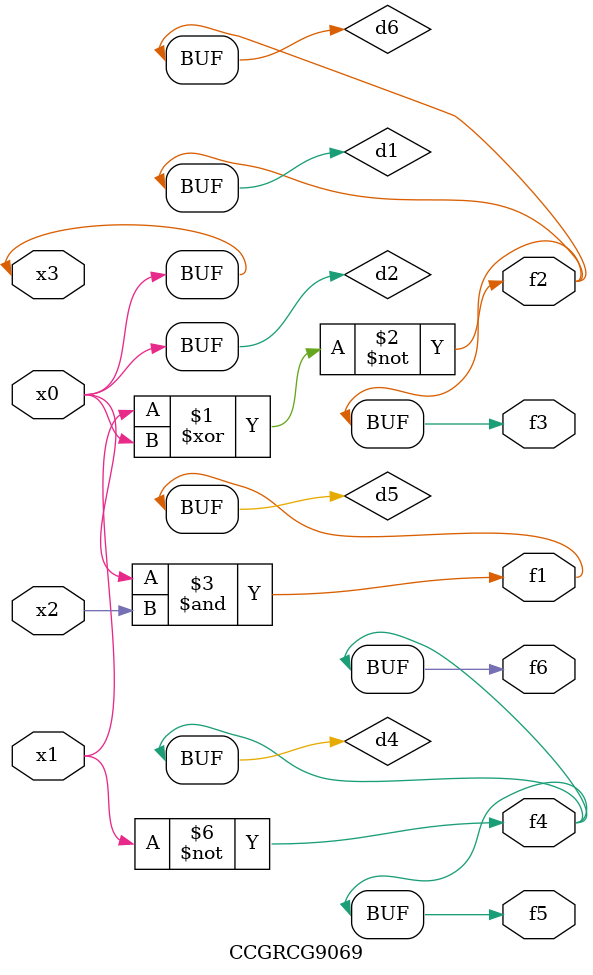
<source format=v>
module CCGRCG9069(
	input x0, x1, x2, x3,
	output f1, f2, f3, f4, f5, f6
);

	wire d1, d2, d3, d4, d5, d6;

	xnor (d1, x1, x3);
	buf (d2, x0, x3);
	nand (d3, x0, x2);
	not (d4, x1);
	nand (d5, d3);
	or (d6, d1);
	assign f1 = d5;
	assign f2 = d6;
	assign f3 = d6;
	assign f4 = d4;
	assign f5 = d4;
	assign f6 = d4;
endmodule

</source>
